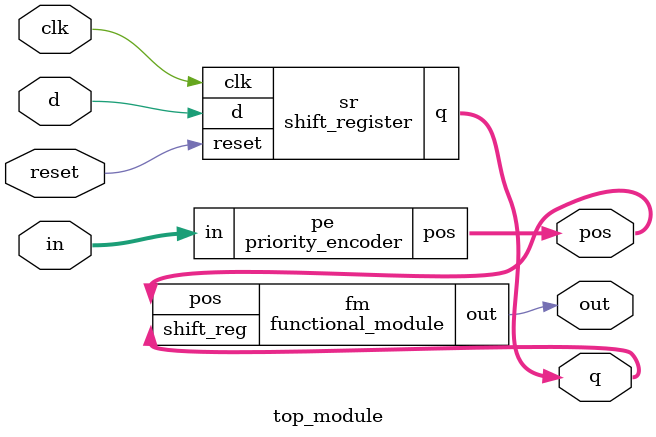
<source format=v>

module priority_encoder (
    input [7:0] in,
    output reg [2:0] pos
);
    always @(*) begin
        casex(in)  
            8'b00000001: pos = 0;
            8'b00000010: pos = 1;
            8'b00000100: pos = 2;
            8'b00001000: pos = 3;
            8'b00010000: pos = 4;
            8'b00100000: pos = 5;
            8'b01000000: pos = 6;
            8'b10000000: pos = 7;
            default: pos = 3'b111;
        endcase
    end
endmodule
module shift_register (
    input clk,
    input reset,
    input d,
    output reg [3:0] q 
);
    always @(posedge clk or negedge reset) begin
        if (reset == 1'b0) begin
            q <= 4'b0000;
        end else begin
            q <= {q[2:0], d};
        end
    end
endmodule
module functional_module (
    input [2:0] pos,
    input [3:0] shift_reg, 
    output reg out
);
    always @(*) begin
        out = (pos == shift_reg[3:1]); 
    end
endmodule
module top_module (
    input clk,
    input reset,
    input [7:0] in,
    output [2:0] pos,
    input d,
    output reg [3:0] q, 
    output out
);
    priority_encoder pe(in, pos);
    shift_register sr(clk, reset, d, q);
    functional_module fm(pos, q, out); 
endmodule
</source>
